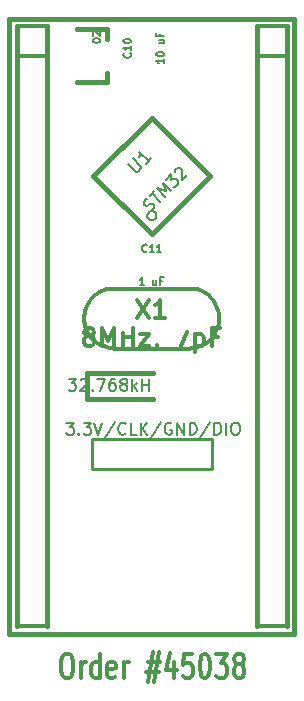
<source format=gto>
%FSLAX23Y23*%
%MOIN*%
%SFA1B1*%

%IPPOS*%
%ADD10C,0.006000*%
%ADD11C,0.015000*%
%ADD21C,0.008000*%
%ADD22C,0.010000*%
%ADD23C,0.005000*%
%ADD38C,0.012000*%
%ADD39C,0.012500*%
%LNarmplatform-1*%
%LPD*%
G54D38*
X825Y312D02*
X837D01*
X843Y308*
X848Y301*
X851Y285*
Y259*
X848Y243*
X843Y236*
X837Y232*
X825*
X820Y236*
X814Y243*
X811Y259*
Y285*
X814Y301*
X820Y308*
X825Y312*
X877Y232D02*
Y285D01*
Y270D02*
X880Y278D01*
X883Y281*
X888Y285*
X894*
X940Y232D02*
Y312D01*
Y236D02*
X934Y232D01*
X923*
X917Y236*
X914Y240*
X911Y247*
Y270*
X914Y278*
X917Y281*
X923Y285*
X934*
X940Y281*
X991Y236D02*
X985Y232D01*
X974*
X968Y236*
X965Y243*
Y274*
X968Y281*
X974Y285*
X985*
X991Y281*
X994Y274*
Y266*
X965Y259*
X1020Y232D02*
Y285D01*
Y270D02*
X1022Y278D01*
X1025Y281*
X1031Y285*
X1037*
X1100D02*
X1142D01*
X1117Y320D02*
X1100Y217D01*
X1137Y251D02*
X1094D01*
X1120Y217D02*
X1137Y320D01*
X1188Y285D02*
Y232D01*
X1174Y316D02*
X1160Y259D01*
X1197*
X1248Y312D02*
X1220D01*
X1217Y274*
X1220Y278*
X1225Y281*
X1240*
X1245Y278*
X1248Y274*
X1251Y266*
Y247*
X1248Y240*
X1245Y236*
X1240Y232*
X1225*
X1220Y236*
X1217Y240*
X1288Y312D02*
X1294D01*
X1299Y308*
X1302Y304*
X1305Y297*
X1308Y281*
Y262*
X1305Y247*
X1302Y240*
X1299Y236*
X1294Y232*
X1288*
X1282Y236*
X1279Y240*
X1277Y247*
X1274Y262*
Y281*
X1277Y297*
X1279Y304*
X1282Y308*
X1288Y312*
X1328D02*
X1365D01*
X1345Y281*
X1354*
X1359Y278*
X1362Y274*
X1365Y266*
Y247*
X1362Y240*
X1359Y236*
X1354Y232*
X1337*
X1331Y236*
X1328Y240*
X1399Y278D02*
X1394Y281D01*
X1391Y285*
X1388Y293*
Y297*
X1391Y304*
X1394Y308*
X1399Y312*
X1411*
X1417Y308*
X1419Y304*
X1422Y297*
Y293*
X1419Y285*
X1417Y281*
X1411Y278*
X1399*
X1394Y274*
X1391Y270*
X1388Y262*
Y247*
X1391Y240*
X1394Y236*
X1399Y232*
X1411*
X1417Y236*
X1419Y240*
X1422Y247*
Y262*
X1419Y270*
X1417Y274*
X1411Y278*
G54D11*
X639Y380D02*
Y2430D01*
X1589Y380D02*
X639D01*
X1589Y2430D02*
Y380D01*
X639Y2430D02*
X1589D01*
X1464Y405D02*
Y2405D01*
X1564D02*
Y405D01*
G54D38*
X1464Y2405D02*
X1564D01*
Y405D02*
X1464D01*
X1564Y2305D02*
X1464D01*
G54D11*
X664Y405D02*
Y2405D01*
X764D02*
Y405D01*
G54D38*
X664Y2405D02*
X764D01*
Y405D02*
X664D01*
X764Y2305D02*
X664D01*
G54D22*
X1314Y930D02*
X914D01*
X1314Y1030D02*
X914D01*
Y930D01*
X1314D02*
Y1030D01*
G54D39*
X989Y1330D02*
X1239D01*
X989Y1530D02*
X1239D01*
X1339Y1430D02*
X1338Y1439D01*
X1337Y1448*
X1335Y1456*
X1332Y1465*
X1329Y1473*
X1325Y1480*
X1320Y1488*
X1315Y1495*
X1309Y1501*
X1303Y1507*
X1296Y1512*
X1289Y1517*
X1281Y1521*
X1273Y1524*
X1264Y1527*
X1256Y1529*
X1247Y1530*
X1239Y1530*
Y1330D02*
X1247Y1331D01*
X1256Y1332*
X1264Y1334*
X1273Y1337*
X1281Y1340*
X1289Y1344*
X1296Y1349*
X1303Y1354*
X1309Y1360*
X1315Y1366*
X1320Y1373*
X1325Y1381*
X1329Y1388*
X1332Y1396*
X1335Y1405*
X1337Y1413*
X1338Y1422*
X1339Y1430*
X989Y1530D02*
X980Y1530D01*
X971Y1529*
X963Y1527*
X954Y1524*
X946Y1521*
X939Y1517*
X931Y1512*
X924Y1507*
X918Y1501*
X912Y1495*
X907Y1488*
X902Y1480*
X898Y1473*
X895Y1465*
X892Y1456*
X890Y1448*
X889Y1439*
X889Y1430*
X889Y1422D01*
X890Y1413*
X892Y1405*
X895Y1396*
X898Y1388*
X902Y1381*
X907Y1373*
X912Y1366*
X918Y1360*
X924Y1354*
X931Y1349*
X939Y1344*
X946Y1340*
X954Y1337*
X963Y1334*
X971Y1332*
X980Y1331*
X989Y1330*
G54D11*
X898Y1249D02*
Y1162D01*
X919Y1905D02*
X1114Y1711D01*
X1114Y2100D02*
X1308Y1905D01*
X919Y1905D02*
X1114Y2100D01*
Y1711D02*
X1308Y1905D01*
G54D21*
X1128Y1773D02*
X1128Y1770D01*
X1127Y1767*
X1126Y1765*
X1124Y1763*
X1122Y1761*
X1119Y1759*
X1116Y1758*
X1114Y1758*
X1111Y1758*
X1108Y1759*
X1105Y1761*
X1103Y1762*
X1101Y1765*
X1100Y1767*
X1099Y1770*
X1099Y1773*
X1099Y1776*
X1100Y1778*
X1101Y1781*
X1103Y1783*
X1105Y1785*
X1108Y1787*
X1110Y1787*
X1113Y1788*
X1116Y1788*
X1119Y1787*
X1121Y1785*
X1124Y1784*
X1126Y1781*
X1127Y1779*
X1128Y1776*
X1128Y1773*
X1128Y1773*
G54D11*
X963Y2394D02*
X864D01*
Y2217D02*
X963D01*
G54D21*
X829Y1083D02*
X853D01*
X840Y1068*
X846*
X850Y1066*
X851Y1064*
X853Y1060*
Y1050*
X851Y1047*
X850Y1045*
X846Y1043*
X834*
X830Y1045*
X829Y1047*
X870D02*
X872Y1045D01*
X870Y1043*
X869Y1045*
X870Y1047*
Y1043*
X886Y1083D02*
X910D01*
X897Y1068*
X903*
X907Y1066*
X909Y1064*
X910Y1060*
Y1050*
X909Y1047*
X907Y1045*
X903Y1043*
X891*
X888Y1045*
X886Y1047*
X922Y1083D02*
X935Y1043D01*
X949Y1083*
X990Y1085D02*
X956Y1033D01*
X1027Y1047D02*
X1025Y1045D01*
X1019Y1043*
X1015*
X1009Y1045*
X1006Y1048*
X1004Y1052*
X1002Y1060*
Y1066*
X1004Y1073*
X1006Y1077*
X1009Y1081*
X1015Y1083*
X1019*
X1025Y1081*
X1027Y1079*
X1063Y1043D02*
X1044D01*
Y1083*
X1076Y1043D02*
Y1083D01*
X1099Y1043D02*
X1082Y1066D01*
X1099Y1083D02*
X1076Y1060D01*
X1145Y1085D02*
X1110Y1033D01*
X1179Y1081D02*
X1175Y1083D01*
X1170*
X1164Y1081*
X1160Y1077*
X1158Y1073*
X1156Y1066*
Y1060*
X1158Y1052*
X1160Y1048*
X1164Y1045*
X1170Y1043*
X1173*
X1179Y1045*
X1181Y1047*
Y1060*
X1173*
X1198Y1043D02*
Y1083D01*
X1221Y1043*
Y1083*
X1240Y1043D02*
Y1083D01*
X1249*
X1255Y1081*
X1259Y1077*
X1261Y1073*
X1263Y1066*
Y1060*
X1261Y1052*
X1259Y1048*
X1255Y1045*
X1249Y1043*
X1240*
X1309Y1085D02*
X1274Y1033D01*
X1322Y1043D02*
Y1083D01*
X1331*
X1337Y1081*
X1341Y1077*
X1343Y1073*
X1345Y1066*
Y1060*
X1343Y1052*
X1341Y1048*
X1337Y1045*
X1331Y1043*
X1322*
X1362D02*
Y1083D01*
X1388D02*
X1396D01*
X1400Y1081*
X1404Y1077*
X1406Y1069*
Y1056*
X1404Y1048*
X1400Y1045*
X1396Y1043*
X1388*
X1385Y1045*
X1381Y1048*
X1379Y1056*
Y1069*
X1381Y1077*
X1385Y1081*
X1388Y1083*
G54D38*
X1065Y1491D02*
X1105Y1431D01*
Y1491D02*
X1065Y1431D01*
X1159D02*
X1125D01*
X1142D02*
Y1491D01*
X1136Y1483*
X1131Y1477*
X1125Y1474*
X899Y1372D02*
X894Y1375D01*
X891Y1378*
X888Y1383*
Y1386*
X891Y1392*
X894Y1395*
X899Y1398*
X911*
X916Y1395*
X919Y1392*
X922Y1386*
Y1383*
X919Y1378*
X916Y1375*
X911Y1372*
X899*
X894Y1369*
X891Y1366*
X888Y1361*
Y1349*
X891Y1343*
X894Y1341*
X899Y1338*
X911*
X916Y1341*
X919Y1343*
X922Y1349*
Y1361*
X919Y1366*
X916Y1369*
X911Y1372*
X948Y1338D02*
Y1398D01*
X968Y1355*
X988Y1398*
Y1338*
X1016Y1369D02*
X1051D01*
Y1338D02*
Y1398D01*
X1074Y1378D02*
X1105D01*
X1074Y1338*
X1105*
X1131Y1341D02*
Y1338D01*
X1128Y1332*
X1125Y1329*
X1259Y1378D02*
Y1318D01*
Y1375D02*
X1265Y1378D01*
X1276*
X1282Y1375*
X1285Y1372*
X1288Y1366*
Y1349*
X1285Y1343*
X1282Y1341*
X1276Y1338*
X1265*
X1259Y1341*
X1334Y1369D02*
X1314D01*
Y1338D02*
Y1398D01*
X1342*
G54D21*
X836Y1229D02*
X861D01*
X848Y1214*
X853*
X857Y1212*
X859Y1210*
X861Y1206*
Y1197*
X859Y1193*
X857Y1191*
X853Y1189*
X842*
X838Y1191*
X836Y1193*
X876Y1225D02*
X878Y1227D01*
X882Y1229*
X891*
X895Y1227*
X897Y1225*
X899Y1222*
Y1218*
X897Y1212*
X874Y1189*
X899*
X916Y1193D02*
X918Y1191D01*
X916Y1189*
X914Y1191*
X916Y1193*
Y1189*
X931Y1229D02*
X958D01*
X941Y1189*
X990Y1229D02*
X983D01*
X979Y1227*
X977Y1225*
X973Y1220*
X971Y1212*
Y1197*
X973Y1193*
X975Y1191*
X979Y1189*
X987*
X990Y1191*
X992Y1193*
X994Y1197*
Y1206*
X992Y1210*
X990Y1212*
X987Y1214*
X979*
X975Y1212*
X973Y1210*
X971Y1206*
X1017Y1212D02*
X1013Y1214D01*
X1011Y1216*
X1009Y1220*
Y1222*
X1011Y1225*
X1013Y1227*
X1017Y1229*
X1025*
X1029Y1227*
X1030Y1225*
X1032Y1222*
Y1220*
X1030Y1216*
X1029Y1214*
X1025Y1212*
X1017*
X1013Y1210*
X1011Y1208*
X1009Y1204*
Y1197*
X1011Y1193*
X1013Y1191*
X1017Y1189*
X1025*
X1029Y1191*
X1030Y1193*
X1032Y1197*
Y1204*
X1030Y1208*
X1029Y1210*
X1025Y1212*
X1049Y1189D02*
Y1229D01*
X1053Y1204D02*
X1065Y1189D01*
Y1216D02*
X1049Y1201D01*
X1082Y1189D02*
Y1229D01*
Y1210D02*
X1105D01*
Y1189D02*
Y1229D01*
G54D23*
X1042Y2315D02*
X1043Y2314D01*
X1044Y2310*
Y2308*
X1043Y2304*
X1041Y2302*
X1038Y2301*
X1033Y2300*
X1030*
X1025Y2301*
X1023Y2302*
X1020Y2304*
X1019Y2308*
Y2310*
X1020Y2314*
X1022Y2315*
X1044Y2339D02*
Y2325D01*
Y2332D02*
X1019D01*
X1023Y2329*
X1025Y2327*
X1026Y2325*
X1019Y2354D02*
Y2357D01*
X1020Y2359*
X1022Y2360*
X1024Y2362*
X1029Y2363*
X1035*
X1039Y2362*
X1042Y2360*
X1043Y2359*
X1044Y2357*
Y2354*
X1043Y2352*
X1042Y2351*
X1039Y2350*
X1035Y2349*
X1029*
X1024Y2350*
X1022Y2351*
X1020Y2352*
X1019Y2354*
X1154Y2295D02*
Y2281D01*
Y2288D02*
X1129D01*
X1133Y2285*
X1135Y2283*
X1137Y2281*
X1129Y2310D02*
Y2313D01*
X1131Y2315*
X1132Y2316*
X1134Y2318*
X1139Y2319*
X1145*
X1150Y2318*
X1152Y2316*
X1153Y2315*
X1154Y2313*
Y2310*
X1153Y2308*
X1152Y2307*
X1150Y2306*
X1145Y2305*
X1139*
X1134Y2306*
X1132Y2307*
X1131Y2308*
X1129Y2310*
X1138Y2359D02*
X1154D01*
X1138Y2349D02*
X1151D01*
X1153Y2350*
X1154Y2352*
Y2356*
X1153Y2358*
X1152Y2359*
X1141Y2379D02*
Y2371D01*
X1154D02*
X1129D01*
Y2383*
X1033Y1946D02*
X1058Y1922D01*
X1062Y1920*
X1065*
X1070Y1922*
X1075Y1927*
X1077Y1932*
X1077Y1935*
X1075Y1939*
X1051Y1964*
X1112D02*
X1094Y1946D01*
X1103Y1955D02*
X1072Y1986D01*
X1074Y1978*
Y1973*
X1072Y1968*
G54D10*
X1109Y1789D02*
X1114Y1791D01*
X1120Y1798*
X1122Y1802*
X1122Y1804*
X1120Y1808*
X1118Y1811*
X1114Y1812*
X1111*
X1107Y1811*
X1101Y1807*
X1097Y1806*
X1094Y1806*
X1090Y1807*
X1087Y1810*
X1086Y1814*
Y1816*
X1087Y1820*
X1094Y1827*
X1099Y1830*
X1106Y1839D02*
X1122Y1855D01*
X1142Y1819D02*
X1114Y1847D01*
X1159Y1836D02*
X1131Y1864D01*
X1160Y1854*
X1150Y1883*
X1177Y1855*
X1160Y1893D02*
X1177Y1911D01*
X1179Y1891*
X1183Y1895*
X1187Y1896*
X1189Y1896*
X1193Y1895*
X1200Y1888*
X1201Y1884*
X1201Y1881*
X1200Y1877*
X1192Y1869*
X1188Y1868*
X1185*
X1191Y1918D02*
Y1921D01*
X1192Y1925*
X1199Y1932*
X1203Y1933*
X1205Y1933*
X1209Y1932*
X1212Y1929*
X1215Y1924*
Y1892*
X1232Y1909*
G54D23*
X916Y2355D02*
Y2358D01*
X918Y2360*
X919Y2361*
X921Y2363*
X926Y2364*
X932*
X937Y2363*
X939Y2361*
X940Y2360*
X941Y2358*
Y2355*
X940Y2353*
X939Y2352*
X937Y2351*
X932Y2350*
X926*
X921Y2351*
X919Y2352*
X918Y2353*
X916Y2355*
X919Y2373D02*
X918Y2375D01*
X916Y2377*
Y2383*
X918Y2385*
X919Y2386*
X921Y2388*
X924*
X927Y2386*
X941Y2372*
Y2388*
X1097Y1654D02*
X1095Y1653D01*
X1092Y1652*
X1090*
X1086Y1653*
X1084Y1655*
X1082Y1658*
X1081Y1663*
Y1666*
X1082Y1671*
X1084Y1673*
X1086Y1676*
X1090Y1677*
X1092*
X1095Y1676*
X1097Y1674*
X1120Y1652D02*
X1106D01*
X1113D02*
Y1677D01*
X1111Y1673*
X1109Y1671*
X1106Y1670*
X1144Y1652D02*
X1130D01*
X1137D02*
Y1677D01*
X1135Y1673*
X1132Y1671*
X1130Y1670*
X1088Y1542D02*
X1074D01*
X1081D02*
Y1567D01*
X1079Y1563*
X1076Y1561*
X1074Y1559*
X1129Y1558D02*
Y1542D01*
X1118Y1558D02*
Y1545D01*
X1119Y1543*
X1122Y1542*
X1125*
X1128Y1543*
X1129Y1544*
X1149Y1555D02*
X1141D01*
Y1542D02*
Y1567D01*
X1153*
G54D38*
X1016Y1338D02*
Y1382D01*
X1211Y1338D02*
X1231Y1385D01*
G54D11*
X898Y1249D02*
X1117D01*
X898Y1162D02*
X1117D01*
X963Y2217D02*
Y2248D01*
Y2394D02*
Y2363D01*
M02*
</source>
